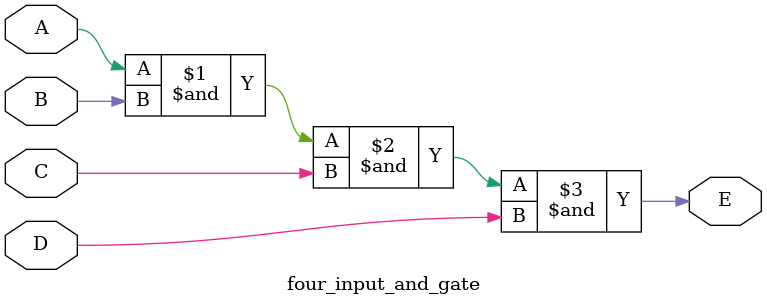
<source format=v>
module four_input_and_gate(input A, B, C, D, output E);

    assign E = A & B & C & D;        
endmodule
</source>
